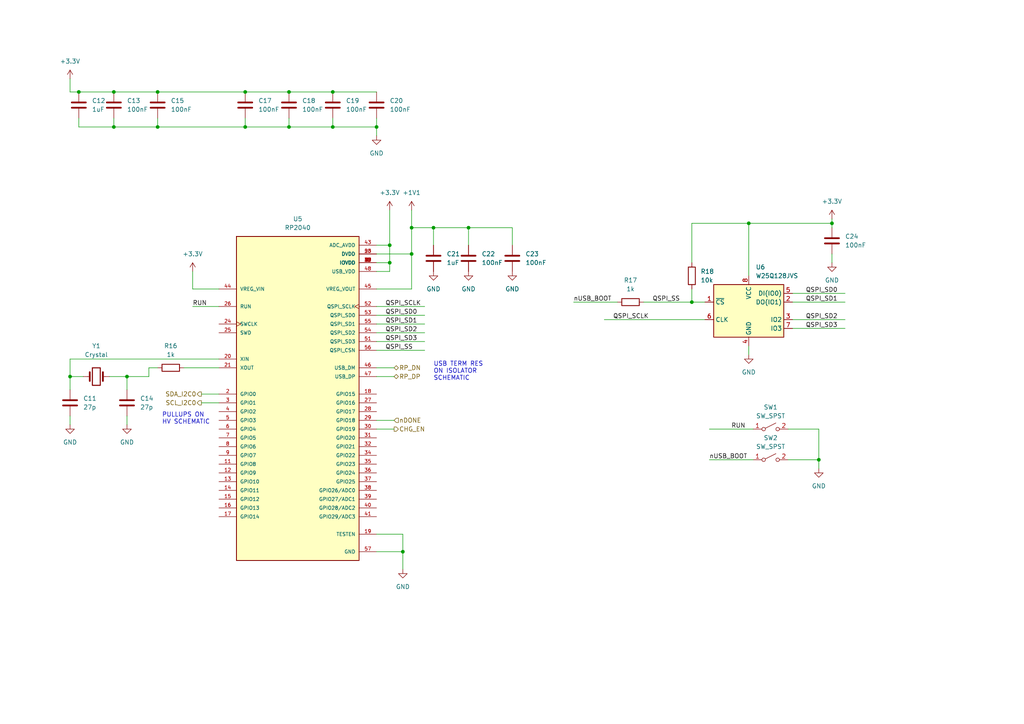
<source format=kicad_sch>
(kicad_sch (version 20211123) (generator eeschema)
  (paper "A4")
  (lib_symbols
    (symbol "+3.3V_1" (power) (pin_names (offset 0))
      (property "Value" "+3.3V_1" (at 0 3.556 0))
      (symbol "+3.3V_1_0_1"
        (polyline (pts (xy -0.762 1.27) (xy 0 2.54)))
        (polyline (pts (xy 0 0) (xy 0 2.54)))
        (polyline (pts (xy 0 2.54) (xy 0.762 1.27)))
      )
      (symbol "+3.3V_1_1_1"
        (pin power_in line (at 0 0 90) (length 0) hide (name "+3.3V") (number "1"))
      )
    )
    (symbol "+3.3V_2" (power) (pin_names (offset 0))
      (property "Value" "+3.3V_2" (at 0 3.556 0))
      (symbol "+3.3V_2_0_1"
        (polyline (pts (xy -0.762 1.27) (xy 0 2.54)))
        (polyline (pts (xy 0 0) (xy 0 2.54)))
        (polyline (pts (xy 0 2.54) (xy 0.762 1.27)))
      )
      (symbol "+3.3V_2_1_1"
        (pin power_in line (at 0 0 90) (length 0) hide (name "+3.3V") (number "1"))
      )
    )
    (symbol "+3.3V_3" (power) (pin_names (offset 0))
      (property "Value" "+3.3V_3" (at 0 3.556 0))
      (symbol "+3.3V_3_0_1"
        (polyline (pts (xy -0.762 1.27) (xy 0 2.54)))
        (polyline (pts (xy 0 0) (xy 0 2.54)))
        (polyline (pts (xy 0 2.54) (xy 0.762 1.27)))
      )
      (symbol "+3.3V_3_1_1"
        (pin power_in line (at 0 0 90) (length 0) hide (name "+3.3V") (number "1"))
      )
    )
    (symbol "Device:C" (pin_numbers hide) (pin_names (offset 0.254))
      (property "Reference" "C" (at 0.635 2.54 0))
      (property "Value" "C" (at 0.635 -2.54 0))
      (symbol "C_0_1"
        (polyline (pts (xy -2.032 -0.762) (xy 2.032 -0.762)) (stroke (width 0.508)))
        (polyline (pts (xy -2.032 0.762) (xy 2.032 0.762)) (stroke (width 0.508)))
      )
      (symbol "C_1_1"
        (pin passive line (at 0 3.81 270) (length 2.794) (name "~") (number "1"))
        (pin passive line (at 0 -3.81 90) (length 2.794) (name "~") (number "2"))
      )
    )
    (symbol "Device:Crystal" (pin_numbers hide) (pin_names (offset 1.016) hide)
      (property "Reference" "Y" (at 0 3.81 0))
      (property "Value" "Crystal" (at 0 -3.81 0))
      (symbol "Crystal_0_1"
        (rectangle (start -1.143 2.54) (end 1.143 -2.54) (stroke (width 0.3048)))
        (polyline (pts (xy -2.54 0) (xy -1.905 0)))
        (polyline (pts (xy -1.905 -1.27) (xy -1.905 1.27)) (stroke (width 0.508)))
        (polyline (pts (xy 1.905 -1.27) (xy 1.905 1.27)) (stroke (width 0.508)))
        (polyline (pts (xy 2.54 0) (xy 1.905 0)))
      )
      (symbol "Crystal_1_1"
        (pin passive line (at -3.81 0 0) (length 1.27) (name "1") (number "1"))
        (pin passive line (at 3.81 0 180) (length 1.27) (name "2") (number "2"))
      )
    )
    (symbol "Device:R" (pin_numbers hide) (pin_names (offset 0))
      (property "Reference" "R" (at 2.032 0 90))
      (property "Value" "R" (at 0 0 90))
      (symbol "R_0_1"
        (rectangle (start -1.016 -2.54) (end 1.016 2.54) (stroke (width 0.254)))
      )
      (symbol "R_1_1"
        (pin passive line (at 0 3.81 270) (length 1.27) (name "~") (number "1"))
        (pin passive line (at 0 -3.81 90) (length 1.27) (name "~") (number "2"))
      )
    )
    (symbol "GND_1" (power) (pin_names (offset 0))
      (property "Value" "GND_1" (at 0 -3.81 0))
      (symbol "GND_1_0_1"
        (polyline (pts (xy 0 0) (xy 0 -1.27) (xy 1.27 -1.27) (xy 0 -2.54) (xy -1.27 -1.27) (xy 0 -1.27)))
      )
      (symbol "GND_1_1_1"
        (pin power_in line (at 0 0 270) (length 0) hide (name "GND") (number "1"))
      )
    )
    (symbol "GND_2" (power) (pin_names (offset 0))
      (property "Value" "GND_2" (at 0 -3.81 0))
      (symbol "GND_2_0_1"
        (polyline (pts (xy 0 0) (xy 0 -1.27) (xy 1.27 -1.27) (xy 0 -2.54) (xy -1.27 -1.27) (xy 0 -1.27)))
      )
      (symbol "GND_2_1_1"
        (pin power_in line (at 0 0 270) (length 0) hide (name "GND") (number "1"))
      )
    )
    (symbol "GND_3" (power) (pin_names (offset 0))
      (property "Value" "GND_3" (at 0 -3.81 0))
      (symbol "GND_3_0_1"
        (polyline (pts (xy 0 0) (xy 0 -1.27) (xy 1.27 -1.27) (xy 0 -2.54) (xy -1.27 -1.27) (xy 0 -1.27)))
      )
      (symbol "GND_3_1_1"
        (pin power_in line (at 0 0 270) (length 0) hide (name "GND") (number "1"))
      )
    )
    (symbol "GND_4" (power) (pin_names (offset 0))
      (property "Value" "GND_4" (at 0 -3.81 0))
      (symbol "GND_4_0_1"
        (polyline (pts (xy 0 0) (xy 0 -1.27) (xy 1.27 -1.27) (xy 0 -2.54) (xy -1.27 -1.27) (xy 0 -1.27)))
      )
      (symbol "GND_4_1_1"
        (pin power_in line (at 0 0 270) (length 0) hide (name "GND") (number "1"))
      )
    )
    (symbol "GND_5" (power) (pin_names (offset 0))
      (property "Value" "GND_5" (at 0 -3.81 0))
      (symbol "GND_5_0_1"
        (polyline (pts (xy 0 0) (xy 0 -1.27) (xy 1.27 -1.27) (xy 0 -2.54) (xy -1.27 -1.27) (xy 0 -1.27)))
      )
      (symbol "GND_5_1_1"
        (pin power_in line (at 0 0 270) (length 0) hide (name "GND") (number "1"))
      )
    )
    (symbol "GND_6" (power) (pin_names (offset 0))
      (property "Value" "GND_6" (at 0 -3.81 0))
      (symbol "GND_6_0_1"
        (polyline (pts (xy 0 0) (xy 0 -1.27) (xy 1.27 -1.27) (xy 0 -2.54) (xy -1.27 -1.27) (xy 0 -1.27)))
      )
      (symbol "GND_6_1_1"
        (pin power_in line (at 0 0 270) (length 0) hide (name "GND") (number "1"))
      )
    )
    (symbol "GND_7" (power) (pin_names (offset 0))
      (property "Value" "GND_7" (at 0 -3.81 0))
      (symbol "GND_7_0_1"
        (polyline (pts (xy 0 0) (xy 0 -1.27) (xy 1.27 -1.27) (xy 0 -2.54) (xy -1.27 -1.27) (xy 0 -1.27)))
      )
      (symbol "GND_7_1_1"
        (pin power_in line (at 0 0 270) (length 0) hide (name "GND") (number "1"))
      )
    )
    (symbol "GND_8" (power) (pin_names (offset 0))
      (property "Value" "GND_8" (at 0 -3.81 0))
      (symbol "GND_8_0_1"
        (polyline (pts (xy 0 0) (xy 0 -1.27) (xy 1.27 -1.27) (xy 0 -2.54) (xy -1.27 -1.27) (xy 0 -1.27)))
      )
      (symbol "GND_8_1_1"
        (pin power_in line (at 0 0 270) (length 0) hide (name "GND") (number "1"))
      )
    )
    (symbol "GND_9" (power) (pin_names (offset 0))
      (property "Value" "GND_9" (at 0 -3.81 0))
      (symbol "GND_9_0_1"
        (polyline (pts (xy 0 0) (xy 0 -1.27) (xy 1.27 -1.27) (xy 0 -2.54) (xy -1.27 -1.27) (xy 0 -1.27)))
      )
      (symbol "GND_9_1_1"
        (pin power_in line (at 0 0 270) (length 0) hide (name "GND") (number "1"))
      )
    )
    (symbol "Memory_Flash:W25Q128JVS"
      (property "Reference" "U" (at -8.89 8.89 0))
      (property "Value" "W25Q128JVS" (at 7.62 8.89 0))
      (symbol "W25Q128JVS_0_1"
        (rectangle (start -10.16 7.62) (end 10.16 -7.62) (stroke (width 0.254)) (fill (type background)))
      )
      (symbol "W25Q128JVS_1_1"
        (pin input line (at -12.7 2.54 0) (length 2.54) (name "~{CS}") (number "1"))
        (pin bidirectional line (at 12.7 2.54 180) (length 2.54) (name "DO(IO1)") (number "2"))
        (pin bidirectional line (at 12.7 -2.54 180) (length 2.54) (name "IO2") (number "3"))
        (pin power_in line (at 0 -10.16 90) (length 2.54) (name "GND") (number "4"))
        (pin bidirectional line (at 12.7 5.08 180) (length 2.54) (name "DI(IO0)") (number "5"))
        (pin input line (at -12.7 -2.54 0) (length 2.54) (name "CLK") (number "6"))
        (pin bidirectional line (at 12.7 -5.08 180) (length 2.54) (name "IO3") (number "7"))
        (pin power_in line (at 0 10.16 270) (length 2.54) (name "VCC") (number "8"))
      )
    )
    (symbol "RP2040:RP2040" (pin_names (offset 1.016))
      (property "Reference" "U" (at -17.78 50.8 0))
      (property "Value" "RP2040" (at -17.78 -48.26 0))
      (symbol "RP2040_0_0"
        (rectangle (start -17.78 -45.72) (end 17.78 48.26) (stroke (width 0.254)) (fill (type background)))
        (pin power_in line (at 22.86 40.64 180) (length 5.08) (name "IOVDD") (number "1"))
        (pin power_in line (at 22.86 40.64 180) (length 5.08) (name "IOVDD") (number "10"))
        (pin bidirectional line (at -22.86 -17.78 0) (length 5.08) (name "GPIO8") (number "11"))
        (pin bidirectional line (at -22.86 -20.32 0) (length 5.08) (name "GPIO9") (number "12"))
        (pin bidirectional line (at -22.86 -22.86 0) (length 5.08) (name "GPIO10") (number "13"))
        (pin bidirectional line (at -22.86 -25.4 0) (length 5.08) (name "GPIO11") (number "14"))
        (pin bidirectional line (at -22.86 -27.94 0) (length 5.08) (name "GPIO12") (number "15"))
        (pin bidirectional line (at -22.86 -30.48 0) (length 5.08) (name "GPIO13") (number "16"))
        (pin bidirectional line (at -22.86 -33.02 0) (length 5.08) (name "GPIO14") (number "17"))
        (pin bidirectional line (at 22.86 2.54 180) (length 5.08) (name "GPIO15") (number "18"))
        (pin passive line (at 22.86 -38.1 180) (length 5.08) (name "TESTEN") (number "19"))
        (pin bidirectional line (at -22.86 2.54 0) (length 5.08) (name "GPIO0") (number "2"))
        (pin input line (at -22.86 12.7 0) (length 5.08) (name "XIN") (number "20"))
        (pin output line (at -22.86 10.16 0) (length 5.08) (name "XOUT") (number "21"))
        (pin power_in line (at 22.86 40.64 180) (length 5.08) (name "IOVDD") (number "22"))
        (pin power_in line (at 22.86 43.18 180) (length 5.08) (name "DVDD") (number "23"))
        (pin input clock (at -22.86 22.86 0) (length 5.08) (name "SWCLK") (number "24"))
        (pin bidirectional line (at -22.86 20.32 0) (length 5.08) (name "SWD") (number "25"))
        (pin input line (at -22.86 27.94 0) (length 5.08) (name "RUN") (number "26"))
        (pin bidirectional line (at 22.86 0 180) (length 5.08) (name "GPIO16") (number "27"))
        (pin bidirectional line (at 22.86 -2.54 180) (length 5.08) (name "GPIO17") (number "28"))
        (pin bidirectional line (at 22.86 -5.08 180) (length 5.08) (name "GPIO18") (number "29"))
        (pin bidirectional line (at -22.86 0 0) (length 5.08) (name "GPIO1") (number "3"))
        (pin bidirectional line (at 22.86 -7.62 180) (length 5.08) (name "GPIO19") (number "30"))
        (pin bidirectional line (at 22.86 -10.16 180) (length 5.08) (name "GPIO20") (number "31"))
        (pin bidirectional line (at 22.86 -12.7 180) (length 5.08) (name "GPIO21") (number "32"))
        (pin power_in line (at 22.86 40.64 180) (length 5.08) (name "IOVDD") (number "33"))
        (pin bidirectional line (at 22.86 -15.24 180) (length 5.08) (name "GPIO22") (number "34"))
        (pin bidirectional line (at 22.86 -17.78 180) (length 5.08) (name "GPIO23") (number "35"))
        (pin bidirectional line (at 22.86 -20.32 180) (length 5.08) (name "GPIO24") (number "36"))
        (pin bidirectional line (at 22.86 -22.86 180) (length 5.08) (name "GPIO25") (number "37"))
        (pin bidirectional line (at 22.86 -25.4 180) (length 5.08) (name "GPIO26/ADC0") (number "38"))
        (pin bidirectional line (at 22.86 -27.94 180) (length 5.08) (name "GPIO27/ADC1") (number "39"))
        (pin bidirectional line (at -22.86 -2.54 0) (length 5.08) (name "GPIO2") (number "4"))
        (pin bidirectional line (at 22.86 -30.48 180) (length 5.08) (name "GPIO28/ADC2") (number "40"))
        (pin bidirectional line (at 22.86 -33.02 180) (length 5.08) (name "GPIO29/ADC3") (number "41"))
        (pin power_in line (at 22.86 40.64 180) (length 5.08) (name "IOVDD") (number "42"))
        (pin power_in line (at 22.86 45.72 180) (length 5.08) (name "ADC_AVDD") (number "43"))
        (pin input line (at -22.86 33.02 0) (length 5.08) (name "VREG_VIN") (number "44"))
        (pin output line (at 22.86 33.02 180) (length 5.08) (name "VREG_VOUT") (number "45"))
        (pin bidirectional line (at 22.86 10.16 180) (length 5.08) (name "USB_DM") (number "46"))
        (pin bidirectional line (at 22.86 7.62 180) (length 5.08) (name "USB_DP") (number "47"))
        (pin power_in line (at 22.86 38.1 180) (length 5.08) (name "USB_VDD") (number "48"))
        (pin power_in line (at 22.86 40.64 180) (length 5.08) (name "IOVDD") (number "49"))
        (pin bidirectional line (at -22.86 -5.08 0) (length 5.08) (name "GPIO3") (number "5"))
        (pin power_in line (at 22.86 43.18 180) (length 5.08) (name "DVDD") (number "50"))
        (pin bidirectional line (at 22.86 17.78 180) (length 5.08) (name "QSPI_SD3") (number "51"))
        (pin bidirectional clock (at 22.86 27.94 180) (length 5.08) (name "QSPI_SCLK") (number "52"))
        (pin bidirectional line (at 22.86 25.4 180) (length 5.08) (name "QSPI_SD0") (number "53"))
        (pin bidirectional line (at 22.86 20.32 180) (length 5.08) (name "QSPI_SD2") (number "54"))
        (pin bidirectional line (at 22.86 22.86 180) (length 5.08) (name "QSPI_SD1") (number "55"))
        (pin bidirectional line (at 22.86 15.24 180) (length 5.08) (name "QSPI_CSN") (number "56"))
        (pin power_in line (at 22.86 -43.18 180) (length 5.08) (name "GND") (number "57"))
        (pin bidirectional line (at -22.86 -7.62 0) (length 5.08) (name "GPIO4") (number "6"))
        (pin bidirectional line (at -22.86 -10.16 0) (length 5.08) (name "GPIO5") (number "7"))
        (pin bidirectional line (at -22.86 -12.7 0) (length 5.08) (name "GPIO6") (number "8"))
        (pin bidirectional line (at -22.86 -15.24 0) (length 5.08) (name "GPIO7") (number "9"))
      )
    )
    (symbol "Switch:SW_SPST" (pin_names (offset 0) hide)
      (property "Reference" "SW" (at 0 3.175 0))
      (property "Value" "SW_SPST" (at 0 -2.54 0))
      (symbol "SW_SPST_0_0"
        (circle (center -2.032 0) (radius 0.508))
        (polyline (pts (xy -1.524 0.254) (xy 1.524 1.778)))
        (circle (center 2.032 0) (radius 0.508))
      )
      (symbol "SW_SPST_1_1"
        (pin passive line (at -5.08 0 0) (length 2.54) (name "A") (number "1"))
        (pin passive line (at 5.08 0 180) (length 2.54) (name "B") (number "2"))
      )
    )
    (symbol "power:+1V1" (power) (pin_names (offset 0))
      (property "Value" "+1V1" (at 0 3.556 0))
      (symbol "+1V1_0_1"
        (polyline (pts (xy -0.762 1.27) (xy 0 2.54)))
        (polyline (pts (xy 0 0) (xy 0 2.54)))
        (polyline (pts (xy 0 2.54) (xy 0.762 1.27)))
      )
      (symbol "+1V1_1_1"
        (pin power_in line (at 0 0 90) (length 0) hide (name "+1V1") (number "1"))
      )
    )
    (symbol "power:+3.3V" (power) (pin_names (offset 0))
      (property "Value" "+3.3V" (at 0 3.556 0))
      (symbol "+3.3V_0_1"
        (polyline (pts (xy -0.762 1.27) (xy 0 2.54)))
        (polyline (pts (xy 0 0) (xy 0 2.54)))
        (polyline (pts (xy 0 2.54) (xy 0.762 1.27)))
      )
      (symbol "+3.3V_1_1"
        (pin power_in line (at 0 0 90) (length 0) hide (name "+3.3V") (number "1"))
      )
    )
    (symbol "power:GND" (power) (pin_names (offset 0))
      (property "Value" "GND" (at 0 -3.81 0))
      (symbol "GND_0_1"
        (polyline (pts (xy 0 0) (xy 0 -1.27) (xy 1.27 -1.27) (xy 0 -2.54) (xy -1.27 -1.27) (xy 0 -1.27)))
      )
      (symbol "GND_1_1"
        (pin power_in line (at 0 0 270) (length 0) hide (name "GND") (number "1"))
      )
    )
  )
  (junction (at 96.52 26.67))
  (junction (at 237.49 133.35))
  (junction (at 113.03 76.2))
  (junction (at 71.12 26.67))
  (junction (at 33.02 26.67))
  (junction (at 20.32 109.22))
  (junction (at 36.83 109.22))
  (junction (at 116.84 160.02))
  (junction (at 113.03 71.12))
  (junction (at 119.38 73.66))
  (junction (at 83.82 26.67))
  (junction (at 119.38 66.04))
  (junction (at 200.66 87.63))
  (junction (at 125.73 66.04))
  (junction (at 45.72 36.83))
  (junction (at 135.89 66.04))
  (junction (at 33.02 36.83))
  (junction (at 217.17 64.77))
  (junction (at 45.72 26.67))
  (junction (at 241.3 64.77))
  (junction (at 22.86 26.67))
  (junction (at 83.82 36.83))
  (junction (at 96.52 36.83))
  (junction (at 109.22 36.83))
  (junction (at 71.12 36.83))
  (wire (pts (xy 125.73 71.12) (xy 125.73 66.04)))
  (wire (pts (xy 109.22 26.67) (xy 96.52 26.67)))
  (wire (pts (xy 22.86 34.29) (xy 22.86 36.83)))
  (wire (pts (xy 200.66 83.82) (xy 200.66 87.63)))
  (wire (pts (xy 109.22 154.94) (xy 116.84 154.94)))
  (wire (pts (xy 45.72 36.83) (xy 71.12 36.83)))
  (wire (pts (xy 113.03 71.12) (xy 113.03 76.2)))
  (wire (pts (xy 36.83 109.22) (xy 36.83 113.03)))
  (wire (pts (xy 109.22 101.6) (xy 123.19 101.6)))
  (wire (pts (xy 200.66 87.63) (xy 204.47 87.63)))
  (wire (pts (xy 229.87 92.71) (xy 245.11 92.71)))
  (wire (pts (xy 109.22 109.22) (xy 114.3 109.22)))
  (wire (pts (xy 58.42 116.84) (xy 63.5 116.84)))
  (wire (pts (xy 96.52 26.67) (xy 83.82 26.67)))
  (wire (pts (xy 83.82 26.67) (xy 71.12 26.67)))
  (wire (pts (xy 109.22 71.12) (xy 113.03 71.12)))
  (wire (pts (xy 200.66 64.77) (xy 217.17 64.77)))
  (wire (pts (xy 109.22 91.44) (xy 123.19 91.44)))
  (wire (pts (xy 109.22 96.52) (xy 123.19 96.52)))
  (wire (pts (xy 55.88 83.82) (xy 63.5 83.82)))
  (wire (pts (xy 228.6 124.46) (xy 237.49 124.46)))
  (wire (pts (xy 229.87 87.63) (xy 245.11 87.63)))
  (wire (pts (xy 113.03 78.74) (xy 113.03 76.2)))
  (wire (pts (xy 22.86 26.67) (xy 20.32 26.67)))
  (wire (pts (xy 116.84 160.02) (xy 116.84 165.1)))
  (wire (pts (xy 33.02 36.83) (xy 45.72 36.83)))
  (wire (pts (xy 109.22 88.9) (xy 123.19 88.9)))
  (wire (pts (xy 135.89 66.04) (xy 148.59 66.04)))
  (wire (pts (xy 36.83 120.65) (xy 36.83 123.19)))
  (wire (pts (xy 20.32 120.65) (xy 20.32 123.19)))
  (wire (pts (xy 58.42 114.3) (xy 63.5 114.3)))
  (wire (pts (xy 45.72 26.67) (xy 33.02 26.67)))
  (wire (pts (xy 96.52 36.83) (xy 109.22 36.83)))
  (wire (pts (xy 45.72 26.67) (xy 71.12 26.67)))
  (wire (pts (xy 109.22 36.83) (xy 109.22 39.37)))
  (wire (pts (xy 119.38 73.66) (xy 109.22 73.66)))
  (wire (pts (xy 109.22 124.46) (xy 114.3 124.46)))
  (wire (pts (xy 228.6 133.35) (xy 237.49 133.35)))
  (wire (pts (xy 109.22 106.68) (xy 114.3 106.68)))
  (wire (pts (xy 113.03 76.2) (xy 109.22 76.2)))
  (wire (pts (xy 43.18 109.22) (xy 43.18 106.68)))
  (wire (pts (xy 217.17 100.33) (xy 217.17 102.87)))
  (wire (pts (xy 109.22 93.98) (xy 123.19 93.98)))
  (wire (pts (xy 71.12 34.29) (xy 71.12 36.83)))
  (wire (pts (xy 166.37 87.63) (xy 179.07 87.63)))
  (wire (pts (xy 109.22 34.29) (xy 109.22 36.83)))
  (wire (pts (xy 119.38 66.04) (xy 119.38 73.66)))
  (wire (pts (xy 53.34 106.68) (xy 63.5 106.68)))
  (wire (pts (xy 109.22 99.06) (xy 123.19 99.06)))
  (wire (pts (xy 237.49 133.35) (xy 237.49 135.89)))
  (wire (pts (xy 205.74 124.46) (xy 218.44 124.46)))
  (wire (pts (xy 119.38 83.82) (xy 119.38 73.66)))
  (wire (pts (xy 20.32 22.86) (xy 20.32 26.67)))
  (wire (pts (xy 109.22 83.82) (xy 119.38 83.82)))
  (wire (pts (xy 217.17 64.77) (xy 241.3 64.77)))
  (wire (pts (xy 20.32 109.22) (xy 24.13 109.22)))
  (wire (pts (xy 20.32 104.14) (xy 20.32 109.22)))
  (wire (pts (xy 148.59 66.04) (xy 148.59 71.12)))
  (wire (pts (xy 237.49 124.46) (xy 237.49 133.35)))
  (wire (pts (xy 20.32 109.22) (xy 20.32 113.03)))
  (wire (pts (xy 205.74 133.35) (xy 218.44 133.35)))
  (wire (pts (xy 175.26 92.71) (xy 204.47 92.71)))
  (wire (pts (xy 109.22 160.02) (xy 116.84 160.02)))
  (wire (pts (xy 217.17 80.01) (xy 217.17 64.77)))
  (wire (pts (xy 83.82 34.29) (xy 83.82 36.83)))
  (wire (pts (xy 116.84 154.94) (xy 116.84 160.02)))
  (wire (pts (xy 113.03 60.96) (xy 113.03 71.12)))
  (wire (pts (xy 43.18 106.68) (xy 45.72 106.68)))
  (wire (pts (xy 71.12 36.83) (xy 83.82 36.83)))
  (wire (pts (xy 33.02 34.29) (xy 33.02 36.83)))
  (wire (pts (xy 135.89 66.04) (xy 135.89 71.12)))
  (wire (pts (xy 36.83 109.22) (xy 43.18 109.22)))
  (wire (pts (xy 125.73 66.04) (xy 119.38 66.04)))
  (wire (pts (xy 241.3 63.5) (xy 241.3 64.77)))
  (wire (pts (xy 241.3 73.66) (xy 241.3 76.2)))
  (wire (pts (xy 55.88 78.74) (xy 55.88 83.82)))
  (wire (pts (xy 55.88 88.9) (xy 63.5 88.9)))
  (wire (pts (xy 229.87 95.25) (xy 245.11 95.25)))
  (wire (pts (xy 109.22 121.92) (xy 114.3 121.92)))
  (wire (pts (xy 119.38 60.96) (xy 119.38 66.04)))
  (wire (pts (xy 22.86 36.83) (xy 33.02 36.83)))
  (wire (pts (xy 109.22 78.74) (xy 113.03 78.74)))
  (wire (pts (xy 45.72 34.29) (xy 45.72 36.83)))
  (wire (pts (xy 96.52 34.29) (xy 96.52 36.83)))
  (wire (pts (xy 200.66 76.2) (xy 200.66 64.77)))
  (wire (pts (xy 33.02 26.67) (xy 22.86 26.67)))
  (wire (pts (xy 83.82 36.83) (xy 96.52 36.83)))
  (wire (pts (xy 229.87 85.09) (xy 245.11 85.09)))
  (wire (pts (xy 186.69 87.63) (xy 200.66 87.63)))
  (wire (pts (xy 31.75 109.22) (xy 36.83 109.22)))
  (wire (pts (xy 63.5 104.14) (xy 20.32 104.14)))
  (wire (pts (xy 125.73 66.04) (xy 135.89 66.04)))
  (wire (pts (xy 241.3 64.77) (xy 241.3 66.04)))
  (text "USB TERM RES\nON ISOLATOR\nSCHEMATIC" (at 125.73 110.49 0) (effects (font (size 1.27 1.27)) (justify left bottom)))
  (text "PULLUPS ON\nHV SCHEMATIC" (at 46.99 123.19 0) (effects (font (size 1.27 1.27)) (justify left bottom)))
  (label "nUSB_BOOT" (at 205.74 133.35 0))
  (label "RUN" (at 55.88 88.9 0))
  (label "QSPI_SD2" (at 233.68 92.71 0))
  (label "QSPI_SCLK" (at 111.76 88.9 0))
  (label "RUN" (at 212.09 124.46 0))
  (label "QSPI_SD0" (at 111.7717 91.44 0))
  (label "QSPI_SS" (at 189.23 87.63 0))
  (label "QSPI_SD1" (at 111.7717 93.98 0))
  (label "QSPI_SD3" (at 233.6683 95.25 0))
  (label "QSPI_SD1" (at 233.68 87.63 0))
  (label "nUSB_BOOT" (at 166.37 87.63 0))
  (label "QSPI_SS" (at 111.76 101.6 0))
  (label "QSPI_SD0" (at 233.68 85.09 0))
  (label "QSPI_SD2" (at 111.76 96.52 0))
  (label "QSPI_SD3" (at 111.7483 99.06 0))
  (label "QSPI_SCLK" (at 177.8 92.71 0))
  (hierarchical_label "RP_DP" (shape bidirectional) (at 114.3 109.22 0))
  (hierarchical_label "CHG_EN" (shape output) (at 114.3 124.46 0))
  (hierarchical_label "RP_DN" (shape bidirectional) (at 114.3 106.68 0))
  (hierarchical_label "SCL_I2C0" (shape output) (at 58.42 116.84 180))
  (hierarchical_label "nDONE" (shape input) (at 114.3 121.92 0))
  (hierarchical_label "SDA_I2C0" (shape output) (at 58.42 114.3 180))
  (symbol (lib_name "+3.3V_2") (lib_id "power:+3.3V") (at 113.03 60.96 0) (unit 1)
    (property "Reference" "#PWR036" (effects hide))
    (property "Value" "+3.3V" (at 113.03 55.88 0))
  )
  (symbol (lib_id "power:+3.3V") (at 55.88 78.74 0) (unit 1)
    (property "Reference" "#PWR034" (effects hide))
    (property "Value" "+3.3V" (at 55.88 73.66 0))
  )
  (symbol (lib_id "Device:C") (at 45.72 30.48 0) (unit 1)
    (property "Reference" "C15" (at 49.53 29.2099 0) (effects (justify left)))
    (property "Value" "100nF" (at 49.53 31.7499 0) (effects (justify left)))
    (property "Footprint" "Capacitor_SMD:C_0603_1608Metric" (effects hide))
    (property "Voltage" "10V" (effects hide))
    (property "MPN" "CC0603KRX7R6BB104" (effects hide))
  )
  (symbol (lib_id "Device:R") (at 200.66 80.01 0) (unit 1)
    (property "Reference" "R18" (at 203.2 78.7399 0) (effects (justify left)))
    (property "Value" "10k" (at 203.2 81.2799 0) (effects (justify left)))
    (property "Footprint" "Resistor_SMD:R_0603_1608Metric" (effects hide))
    (property "MPN" "RMCF0603JT10K0" (effects hide))
  )
  (symbol (lib_id "Switch:SW_SPST") (at 223.52 124.46 0) (unit 1)
    (property "Reference" "SW1" (at 223.52 118.11 0))
    (property "Value" "SW_SPST" (at 223.52 120.65 0))
    (property "Footprint" "Button_Switch_SMD:SW_SPST_PTS645" (effects hide))
    (property "MPN" "PTS645SL43SMTR92 LFS" (effects hide))
  )
  (symbol (lib_name "GND_5") (lib_id "power:GND") (at 109.22 39.37 0) (unit 1)
    (property "Reference" "#PWR035" (effects hide))
    (property "Value" "GND" (at 109.22 44.45 0))
  )
  (symbol (lib_id "Device:C") (at 125.73 74.93 0) (unit 1)
    (property "Reference" "C21" (at 129.54 73.6599 0) (effects (justify left)))
    (property "Value" "1uF" (at 129.54 76.1999 0) (effects (justify left)))
    (property "Footprint" "Capacitor_SMD:C_0603_1608Metric" (effects hide))
    (property "Voltage" "10V" (effects hide))
    (property "MPN" "CL10B105KP8NNNC" (effects hide))
  )
  (symbol (lib_id "Memory_Flash:W25Q128JVS") (at 217.17 90.17 0) (unit 1)
    (property "Reference" "U6" (at 219.1894 77.47 0) (effects (justify left)))
    (property "Value" "W25Q128JVS" (at 219.1894 80.01 0) (effects (justify left)))
    (property "Footprint" "Package_SO:SOIC-8_5.23x5.23mm_P1.27mm" (effects hide))
    (property "Datasheet" "http://www.winbond.com/resource-files/w25q128jv_dtr%20revc%2003272018%20plus.pdf" (effects hide))
    (property "MPN" "W25Q128JVS" (effects hide))
  )
  (symbol (lib_name "GND_2") (lib_id "power:GND") (at 125.73 78.74 0) (unit 1)
    (property "Reference" "#PWR038" (effects hide))
    (property "Value" "GND" (at 125.73 83.82 0))
  )
  (symbol (lib_id "Device:C") (at 33.02 30.48 0) (unit 1)
    (property "Reference" "C13" (at 36.83 29.2099 0) (effects (justify left)))
    (property "Value" "100nF" (at 36.83 31.7499 0) (effects (justify left)))
    (property "Footprint" "Capacitor_SMD:C_0603_1608Metric" (effects hide))
    (property "Voltage" "10V" (effects hide))
    (property "MPN" "CC0603KRX7R6BB104" (effects hide))
  )
  (symbol (lib_name "GND_6") (lib_id "power:GND") (at 237.49 135.89 0) (unit 1)
    (property "Reference" "#PWR042" (effects hide))
    (property "Value" "GND" (at 237.49 140.97 0))
  )
  (symbol (lib_id "Device:R") (at 49.53 106.68 90) (unit 1)
    (property "Reference" "R16" (at 49.53 100.33 90))
    (property "Value" "1k" (at 49.53 102.87 90))
    (property "Footprint" "Resistor_SMD:R_0603_1608Metric" (effects hide))
    (property "Digikey PN" "RMCF0603FT1K00CT-ND" (effects hide))
    (property "MPN" "RMCF0603FT1K00" (effects hide))
  )
  (symbol (lib_name "+3.3V_3") (lib_id "power:+3.3V") (at 241.3 63.5 0) (unit 1)
    (property "Reference" "#PWR043" (effects hide))
    (property "Value" "+3.3V" (at 241.3 58.42 0))
  )
  (symbol (lib_name "GND_8") (lib_id "power:GND") (at 241.3 76.2 0) (unit 1)
    (property "Reference" "#PWR044" (effects hide))
    (property "Value" "GND" (at 241.3 81.28 0))
  )
  (symbol (lib_id "Device:C") (at 135.89 74.93 0) (unit 1)
    (property "Reference" "C22" (at 139.7 73.6599 0) (effects (justify left)))
    (property "Value" "100nF" (at 139.7 76.1999 0) (effects (justify left)))
    (property "Footprint" "Capacitor_SMD:C_0603_1608Metric" (effects hide))
    (property "Voltage" "10V" (effects hide))
    (property "MPN" "CC0603KRX7R6BB104" (effects hide))
  )
  (symbol (lib_id "Device:C") (at 241.3 69.85 0) (unit 1)
    (property "Reference" "C24" (at 245.11 68.5799 0) (effects (justify left)))
    (property "Value" "100nF" (at 245.11 71.1199 0) (effects (justify left)))
    (property "Footprint" "Capacitor_SMD:C_0603_1608Metric" (effects hide))
    (property "Voltage" "10V" (effects hide))
    (property "MPN" "CC0603KRX7R6BB104" (effects hide))
  )
  (symbol (lib_name "GND_7") (lib_id "power:GND") (at 217.17 102.87 0) (unit 1)
    (property "Reference" "#PWR041" (effects hide))
    (property "Value" "GND" (at 217.17 107.95 0))
  )
  (symbol (lib_name "+3.3V_1") (lib_id "power:+3.3V") (at 20.32 22.86 0) (unit 1)
    (property "Reference" "#PWR031" (effects hide))
    (property "Value" "+3.3V" (at 20.32 17.78 0))
  )
  (symbol (lib_id "Device:C") (at 71.12 30.48 0) (unit 1)
    (property "Reference" "C17" (at 74.93 29.2099 0) (effects (justify left)))
    (property "Value" "100nF" (at 74.93 31.7499 0) (effects (justify left)))
    (property "Footprint" "Capacitor_SMD:C_0603_1608Metric" (effects hide))
    (property "Voltage" "10V" (effects hide))
    (property "MPN" "CC0603KRX7R6BB104" (effects hide))
  )
  (symbol (lib_id "Device:R") (at 182.88 87.63 90) (unit 1)
    (property "Reference" "R17" (at 182.88 81.28 90))
    (property "Value" "1k" (at 182.88 83.82 90))
    (property "Footprint" "Resistor_SMD:R_0603_1608Metric" (effects hide))
    (property "Digikey PN" "RMCF0603FT1K00CT-ND" (effects hide))
    (property "MPN" "RMCF0603FT1K00" (effects hide))
  )
  (symbol (lib_id "Device:C") (at 22.86 30.48 0) (unit 1)
    (property "Reference" "C12" (at 26.67 29.2099 0) (effects (justify left)))
    (property "Value" "1uF" (at 26.67 31.7499 0) (effects (justify left)))
    (property "Footprint" "Capacitor_SMD:C_0603_1608Metric" (effects hide))
    (property "Voltage" "10V" (effects hide))
    (property "MPN" "CL10B105KP8NNNC" (effects hide))
  )
  (symbol (lib_name "GND_4") (lib_id "power:GND") (at 135.89 78.74 0) (unit 1)
    (property "Reference" "#PWR039" (effects hide))
    (property "Value" "GND" (at 135.89 83.82 0))
  )
  (symbol (lib_name "GND_9") (lib_id "power:GND") (at 20.32 123.19 0) (unit 1)
    (property "Reference" "#PWR032" (effects hide))
    (property "Value" "GND" (at 20.32 128.27 0))
  )
  (symbol (lib_id "Device:C") (at 36.83 116.84 0) (unit 1)
    (property "Reference" "C14" (at 40.64 115.5699 0) (effects (justify left)))
    (property "Value" "27p" (at 40.64 118.1099 0) (effects (justify left)))
    (property "Footprint" "Capacitor_SMD:C_0603_1608Metric" (effects hide))
    (property "MPN" "CC0603JRNPO9BN270" (effects hide))
  )
  (symbol (lib_name "GND_3") (lib_id "power:GND") (at 148.59 78.74 0) (unit 1)
    (property "Reference" "#PWR040" (effects hide))
    (property "Value" "GND" (at 148.59 83.82 0))
  )
  (symbol (lib_id "Device:C") (at 20.32 116.84 0) (unit 1)
    (property "Reference" "C11" (at 24.13 115.5699 0) (effects (justify left)))
    (property "Value" "27p" (at 24.13 118.1099 0) (effects (justify left)))
    (property "Footprint" "Capacitor_SMD:C_0603_1608Metric" (effects hide))
    (property "MPN" "CC0603JRNPO9BN270" (effects hide))
  )
  (symbol (lib_id "Device:C") (at 148.59 74.93 0) (unit 1)
    (property "Reference" "C23" (at 152.4 73.6599 0) (effects (justify left)))
    (property "Value" "100nF" (at 152.4 76.1999 0) (effects (justify left)))
    (property "Footprint" "Capacitor_SMD:C_0603_1608Metric" (effects hide))
    (property "Voltage" "10V" (effects hide))
    (property "MPN" "CC0603KRX7R6BB104" (effects hide))
  )
  (symbol (lib_name "GND_1") (lib_id "power:GND") (at 116.84 165.1 0) (unit 1)
    (property "Reference" "#PWR029" (effects hide))
    (property "Value" "GND" (at 116.84 170.18 0))
  )
  (symbol (lib_id "power:GND") (at 36.83 123.19 0) (unit 1)
    (property "Reference" "#PWR033" (effects hide))
    (property "Value" "GND" (at 36.83 128.27 0))
  )
  (symbol (lib_id "Device:Crystal") (at 27.94 109.22 0) (unit 1)
    (property "Reference" "Y1" (at 27.94 100.33 0))
    (property "Value" "Crystal" (at 27.94 102.87 0))
    (property "Footprint" "PD_HV_footprints:ABLS-2SMD-XTAL" (effects hide))
    (property "Digikey PN" "535-10218-1-ND" (effects hide))
    (property "MPN" "ABLS-12.000MHZ-B4-T" (effects hide))
  )
  (symbol (lib_id "Switch:SW_SPST") (at 223.52 133.35 0) (unit 1)
    (property "Reference" "SW2" (at 223.52 127 0))
    (property "Value" "SW_SPST" (at 223.52 129.54 0))
    (property "Footprint" "Button_Switch_SMD:SW_SPST_PTS645" (effects hide))
    (property "MPN" "PTS645SL43SMTR92 LFS" (effects hide))
  )
  (symbol (lib_id "RP2040:RP2040") (at 86.36 116.84 0) (unit 1)
    (property "Reference" "U5" (at 86.36 63.5 0))
    (property "Value" "RP2040" (at 86.36 66.04 0))
    (property "Footprint" "RP2040:QFN40P700X700X90-57N" (effects hide))
    (property "MAXIMUM_PACKAGE_HEIGHT" "0.9 mm" (effects hide))
    (property "PARTREV" "1.6.1" (effects hide))
    (property "STANDARD" "IPC 7351B" (effects hide))
    (property "MANUFACTURER" "Raspberry Pi" (effects hide))
    (property "MPN" "RP2040" (effects hide))
  )
  (symbol (lib_id "Device:C") (at 109.22 30.48 0) (unit 1)
    (property "Reference" "C20" (at 113.03 29.2099 0) (effects (justify left)))
    (property "Value" "100nF" (at 113.03 31.7499 0) (effects (justify left)))
    (property "Footprint" "Capacitor_SMD:C_0603_1608Metric" (effects hide))
    (property "Voltage" "10V" (effects hide))
    (property "MPN" "CC0603KRX7R6BB104" (effects hide))
  )
  (symbol (lib_id "power:+1V1") (at 119.38 60.96 0) (unit 1)
    (property "Reference" "#PWR037" (effects hide))
    (property "Value" "+1V1" (at 119.38 55.88 0))
  )
  (symbol (lib_id "Device:C") (at 83.82 30.48 0) (unit 1)
    (property "Reference" "C18" (at 87.63 29.2099 0) (effects (justify left)))
    (property "Value" "100nF" (at 87.63 31.7499 0) (effects (justify left)))
    (property "Footprint" "Capacitor_SMD:C_0603_1608Metric" (effects hide))
    (property "Voltage" "10V" (effects hide))
    (property "MPN" "CC0603KRX7R6BB104" (effects hide))
  )
  (symbol (lib_id "Device:C") (at 96.52 30.48 0) (unit 1)
    (property "Reference" "C19" (at 100.33 29.2099 0) (effects (justify left)))
    (property "Value" "100nF" (at 100.33 31.7499 0) (effects (justify left)))
    (property "Footprint" "Capacitor_SMD:C_0603_1608Metric" (effects hide))
    (property "Voltage" "10V" (effects hide))
    (property "MPN" "CC0603KRX7R6BB104" (effects hide))
  )
)
</source>
